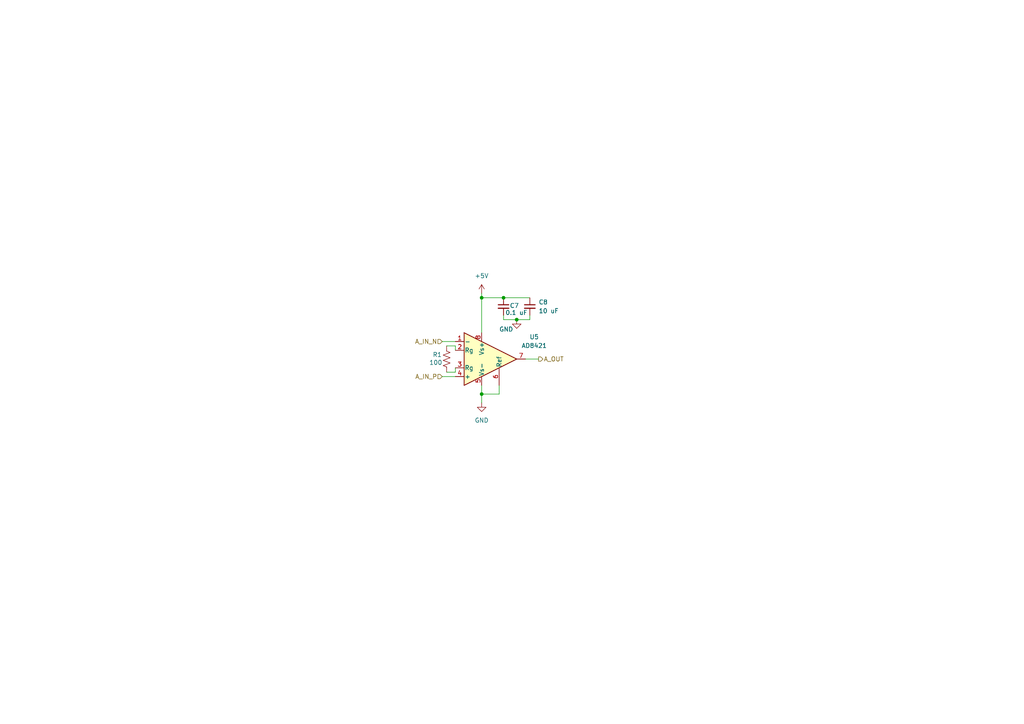
<source format=kicad_sch>
(kicad_sch (version 20250114) (generator "eeschema") (generator_version "9.0")
  (paper "A4")
  (lib_symbols
    (symbol "Amplifier_Instrumentation:AD8421" (pin_names (offset 0.127))
      (property "Reference" "U" (at 3.81 7.62 0))
      (property "Value" "AD8421" (at 3.81 5.08 0))
      (symbol "AD8421_0_1"
        (polyline (pts (xy -7.62 7.62) (xy -7.62 -7.62) (xy 7.62 0) (xy -7.62 7.62)) (stroke (width 0.254)) (fill (type background)))
      )
      (symbol "AD8421_1_1"
        (pin input line (at -10.16 5.08 0) (length 2.54) (name "-") (number "1"))
        (pin passive line (at -10.16 2.54 0) (length 2.54) (name "Rg") (number "2"))
        (pin passive line (at -10.16 -2.54 0) (length 2.54) (name "Rg") (number "3"))
        (pin input line (at -10.16 -5.08 0) (length 2.54) (name "+") (number "4"))
        (pin power_in line (at -2.54 7.62 270) (length 2.54) (name "Vs+") (number "8"))
        (pin power_in line (at -2.54 -7.62 90) (length 2.54) (name "Vs-") (number "5"))
        (pin passive line (at 2.54 -7.62 90) (length 5.08) (name "Ref") (number "6"))
        (pin output line (at 10.16 0 180) (length 2.54) (name "~") (number "7"))
      )
    )
    (symbol "Device:C_Small" (pin_numbers (hide yes)) (pin_names (offset 0.254) (hide yes))
      (property "Reference" "C" (at 0.254 1.778 0))
      (property "Value" "C_Small" (at 0.254 -2.032 0))
      (symbol "C_Small_0_1"
        (polyline (pts (xy -1.524 0.508) (xy 1.524 0.508)) (stroke (width 0.3048)))
        (polyline (pts (xy -1.524 -0.508) (xy 1.524 -0.508)) (stroke (width 0.3302)))
      )
      (symbol "C_Small_1_1"
        (pin passive line (at 0 2.54 270) (length 2.032) (name "~") (number "1"))
        (pin passive line (at 0 -2.54 90) (length 2.032) (name "~") (number "2"))
      )
    )
    (symbol "Device:R_US" (pin_numbers (hide yes)) (pin_names (offset 0))
      (property "Reference" "R" (at 2.54 0 90))
      (property "Value" "R_US" (at -2.54 0 90))
      (symbol "R_US_0_1"
        (polyline (pts (xy 0 2.286) (xy 0 2.54)))
        (polyline (pts (xy 0 2.286) (xy 1.016 1.905) (xy 0 1.524) (xy -1.016 1.143) (xy 0 0.762)))
        (polyline (pts (xy 0 0.762) (xy 1.016 0.381) (xy 0 0) (xy -1.016 -0.381) (xy 0 -0.762)))
        (polyline (pts (xy 0 -0.762) (xy 1.016 -1.143) (xy 0 -1.524) (xy -1.016 -1.905) (xy 0 -2.286)))
        (polyline (pts (xy 0 -2.286) (xy 0 -2.54)))
      )
      (symbol "R_US_1_1"
        (pin passive line (at 0 3.81 270) (length 1.27) (name "~") (number "1"))
        (pin passive line (at 0 -3.81 90) (length 1.27) (name "~") (number "2"))
      )
    )
    (symbol "power:+5V" (power) (pin_numbers (hide yes)) (pin_names (offset 0) (hide yes))
      (property "Value" "+5V" (at 0 3.556 0))
      (symbol "+5V_0_1"
        (polyline (pts (xy -0.762 1.27) (xy 0 2.54)))
        (polyline (pts (xy 0 2.54) (xy 0.762 1.27)))
        (polyline (pts (xy 0 0) (xy 0 2.54)))
      )
      (symbol "+5V_1_1"
        (pin power_in line (at 0 0 90) (length 0) (name "~") (number "1"))
      )
    )
    (symbol "power:GND" (power) (pin_numbers (hide yes)) (pin_names (offset 0) (hide yes))
      (property "Value" "GND" (at 0 -3.81 0))
      (symbol "GND_0_1"
        (polyline (pts (xy 0 0) (xy 0 -1.27) (xy 1.27 -1.27) (xy 0 -2.54) (xy -1.27 -1.27) (xy 0 -1.27)))
      )
      (symbol "GND_1_1"
        (pin power_in line (at 0 0 270) (length 0) (name "~") (number "1"))
      )
    )
  )
  (junction (at 146.05 86.36))
  (junction (at 139.7 86.36))
  (junction (at 139.7 114.3))
  (junction (at 149.86 92.71))
  (wire (pts (xy 139.7 86.36) (xy 146.05 86.36)))
  (wire (pts (xy 139.7 114.3) (xy 139.7 116.84)))
  (wire (pts (xy 146.05 86.36) (xy 153.67 86.36)))
  (wire (pts (xy 144.78 114.3) (xy 139.7 114.3)))
  (wire (pts (xy 139.7 111.76) (xy 139.7 114.3)))
  (wire (pts (xy 153.67 92.71) (xy 149.86 92.71)))
  (wire (pts (xy 146.05 91.44) (xy 146.05 92.71)))
  (wire (pts (xy 153.67 91.44) (xy 153.67 92.71)))
  (wire (pts (xy 128.27 99.06) (xy 132.08 99.06)))
  (wire (pts (xy 128.27 109.22) (xy 132.08 109.22)))
  (wire (pts (xy 132.08 106.68) (xy 132.08 107.95)))
  (wire (pts (xy 132.08 107.95) (xy 129.54 107.95)))
  (wire (pts (xy 132.08 101.6) (xy 132.08 100.33)))
  (wire (pts (xy 146.05 92.71) (xy 149.86 92.71)))
  (wire (pts (xy 139.7 85.09) (xy 139.7 86.36)))
  (wire (pts (xy 144.78 111.76) (xy 144.78 114.3)))
  (wire (pts (xy 139.7 86.36) (xy 139.7 96.52)))
  (wire (pts (xy 132.08 100.33) (xy 129.54 100.33)))
  (wire (pts (xy 152.4 104.14) (xy 156.21 104.14)))
  (hierarchical_label "A_OUT" (shape output) (at 156.21 104.14 0))
  (hierarchical_label "A_IN_N" (shape input) (at 128.27 99.06 180))
  (hierarchical_label "A_IN_P" (shape input) (at 128.27 109.22 180))
  (symbol (lib_id "Device:R_US") (at 129.54 104.14 0) (unit 1)
    (property "Reference" "R1" (at 125.476 102.87 0) (effects (justify left)))
    (property "Value" "100" (at 124.46 105.156 0) (effects (justify left)))
    (property "Footprint" "Resistor_SMD:R_0603_1608Metric" (effects (hide yes)))
    (property "Description" "Resistor, US symbol" (effects (hide yes)))
  )
  (symbol (lib_id "power:GND") (at 139.7 116.84 0) (unit 1)
    (property "Reference" "#PWR016" (effects (hide yes)))
    (property "Value" "GND" (at 139.7 121.92 0))
    (property "Description" "Power symbol creates a global label with name \"GND\" , ground" (effects (hide yes)))
  )
  (symbol (lib_id "power:GND") (at 149.86 92.71 0) (unit 1)
    (property "Reference" "#PWR017" (effects (hide yes)))
    (property "Value" "GND" (at 146.812 95.504 0))
    (property "Description" "Power symbol creates a global label with name \"GND\" , ground" (effects (hide yes)))
  )
  (symbol (lib_id "Amplifier_Instrumentation:AD8421") (at 142.24 104.14 0) (unit 1)
    (property "Reference" "U5" (at 154.94 97.7198 0))
    (property "Value" "AD8421" (at 154.94 100.2598 0))
    (property "Footprint" "Package_SO:MSOP-8_3x3mm_P0.65mm" (effects (hide yes)))
    (property "Datasheet" "https://www.analog.com/media/en/technical-documentation/data-sheets/AD8421.pdf" (effects (hide yes)))
    (property "Description" "Single Low Power Instrumentation Amplifier, SOIC-8/MSOP-8" (effects (hide yes)))
  )
  (symbol (lib_id "Device:C_Small") (at 153.67 88.9 0) (unit 1)
    (property "Reference" "C8" (at 156.21 87.6362 0) (effects (justify left)))
    (property "Value" "10 uF" (at 156.21 90.1762 0) (effects (justify left)))
    (property "Footprint" "Capacitor_SMD:C_0805_2012Metric" (effects (hide yes)))
    (property "Description" "Unpolarized capacitor, small symbol" (effects (hide yes)))
  )
  (symbol (lib_id "Device:C_Small") (at 146.05 88.9 0) (unit 1)
    (property "Reference" "C7" (at 147.828 88.646 0) (effects (justify left)))
    (property "Value" "0.1 uF" (at 146.558 90.678 0) (effects (justify left)))
    (property "Footprint" "Capacitor_SMD:C_0603_1608Metric" (effects (hide yes)))
    (property "Description" "Unpolarized capacitor, small symbol" (effects (hide yes)))
  )
  (symbol (lib_id "power:+5V") (at 139.7 85.09 0) (unit 1)
    (property "Reference" "#PWR015" (effects (hide yes)))
    (property "Value" "+5V" (at 139.7 80.01 0))
    (property "Description" "Power symbol creates a global label with name \"+5V\"" (effects (hide yes)))
  )
)
</source>
